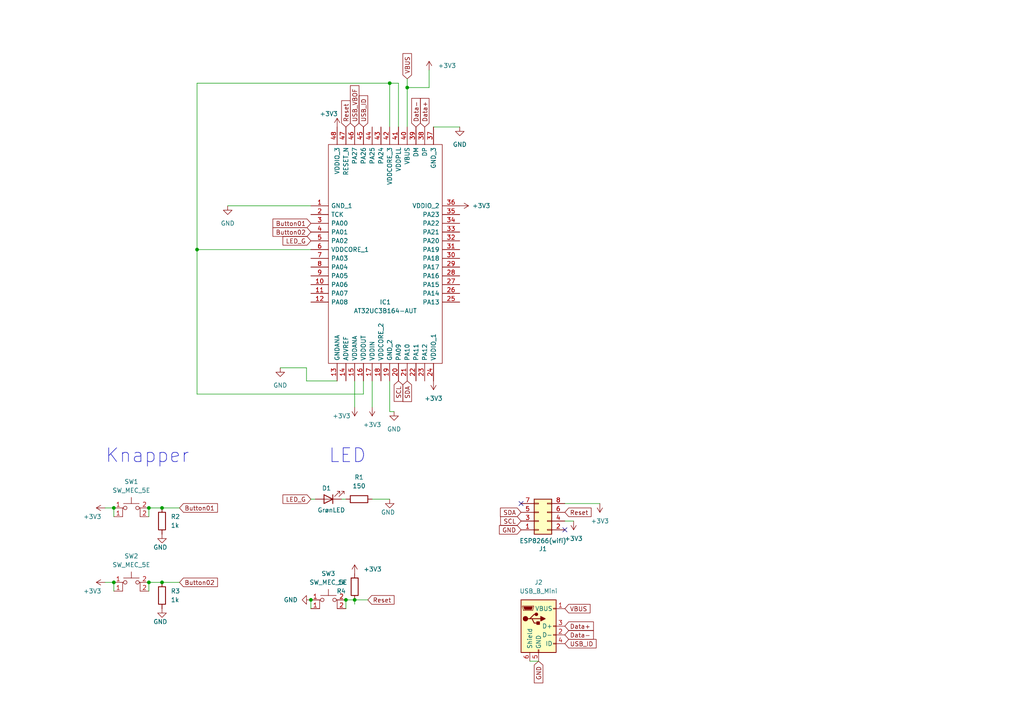
<source format=kicad_sch>
(kicad_sch (version 20211123) (generator eeschema)
  (paper "A4")
  (lib_symbols
    (symbol "Connector:USB_B_Mini" (pin_names (offset 1.016))
      (property "Reference" "J" (at -5.08 11.43 0))
      (property "Value" "USB_B_Mini" (at -5.08 8.89 0))
      (symbol "USB_B_Mini_0_1"
        (rectangle (start -5.08 -7.62) (end 5.08 7.62) (stroke (width 0.254)) (fill (type background)))
        (circle (center -3.81 2.159) (radius 0.635) (stroke (width 0.254)) (fill (type outline)))
        (circle (center -0.635 3.429) (radius 0.381) (stroke (width 0.254)) (fill (type outline)))
        (rectangle (start -0.127 -7.62) (end 0.127 -6.858))
        (polyline (pts (xy -1.905 2.159) (xy 0.635 2.159)) (stroke (width 0.254)))
        (polyline (pts (xy -3.175 2.159) (xy -2.54 2.159) (xy -1.27 3.429) (xy -0.635 3.429)) (stroke (width 0.254)))
        (polyline (pts (xy -2.54 2.159) (xy -1.905 2.159) (xy -1.27 0.889) (xy 0 0.889)) (stroke (width 0.254)))
        (polyline (pts (xy 0.635 2.794) (xy 0.635 1.524) (xy 1.905 2.159) (xy 0.635 2.794)) (stroke (width 0.254)) (fill (type outline)))
        (polyline (pts (xy -4.318 5.588) (xy -1.778 5.588) (xy -2.032 4.826) (xy -4.064 4.826) (xy -4.318 5.588)) (fill (type outline)))
        (polyline (pts (xy -4.699 5.842) (xy -4.699 5.588) (xy -4.445 4.826) (xy -4.445 4.572) (xy -1.651 4.572) (xy -1.651 4.826) (xy -1.397 5.588) (xy -1.397 5.842) (xy -4.699 5.842)))
        (rectangle (start 0.254 1.27) (end -0.508 0.508) (stroke (width 0.254)) (fill (type outline)))
        (rectangle (start 5.08 -5.207) (end 4.318 -4.953))
        (rectangle (start 5.08 -2.667) (end 4.318 -2.413))
        (rectangle (start 5.08 -0.127) (end 4.318 0.127))
        (rectangle (start 5.08 4.953) (end 4.318 5.207))
      )
      (symbol "USB_B_Mini_1_1"
        (pin power_out line (at 7.62 5.08 180) (length 2.54) (name "VBUS") (number "1"))
        (pin bidirectional line (at 7.62 -2.54 180) (length 2.54) (name "D-") (number "2"))
        (pin bidirectional line (at 7.62 0 180) (length 2.54) (name "D+") (number "3"))
        (pin passive line (at 7.62 -5.08 180) (length 2.54) (name "ID") (number "4"))
        (pin power_out line (at 0 -10.16 90) (length 2.54) (name "GND") (number "5"))
        (pin passive line (at -2.54 -10.16 90) (length 2.54) (name "Shield") (number "6"))
      )
    )
    (symbol "Connector_Generic:Conn_02x04_Odd_Even" (pin_names (offset 1.016) hide)
      (property "Reference" "J" (at 1.27 5.08 0))
      (property "Value" "Conn_02x04_Odd_Even" (at 1.27 -7.62 0))
      (symbol "Conn_02x04_Odd_Even_1_1"
        (rectangle (start -1.27 -4.953) (end 0 -5.207) (stroke (width 0.1524)))
        (rectangle (start -1.27 -2.413) (end 0 -2.667) (stroke (width 0.1524)))
        (rectangle (start -1.27 0.127) (end 0 -0.127) (stroke (width 0.1524)))
        (rectangle (start -1.27 2.667) (end 0 2.413) (stroke (width 0.1524)))
        (rectangle (start -1.27 3.81) (end 3.81 -6.35) (stroke (width 0.254)) (fill (type background)))
        (rectangle (start 3.81 -4.953) (end 2.54 -5.207) (stroke (width 0.1524)))
        (rectangle (start 3.81 -2.413) (end 2.54 -2.667) (stroke (width 0.1524)))
        (rectangle (start 3.81 0.127) (end 2.54 -0.127) (stroke (width 0.1524)))
        (rectangle (start 3.81 2.667) (end 2.54 2.413) (stroke (width 0.1524)))
        (pin passive line (at -5.08 2.54 0) (length 3.81) (name "Pin_1") (number "1"))
        (pin passive line (at 7.62 2.54 180) (length 3.81) (name "Pin_2") (number "2"))
        (pin passive line (at -5.08 0 0) (length 3.81) (name "Pin_3") (number "3"))
        (pin passive line (at 7.62 0 180) (length 3.81) (name "Pin_4") (number "4"))
        (pin passive line (at -5.08 -2.54 0) (length 3.81) (name "Pin_5") (number "5"))
        (pin passive line (at 7.62 -2.54 180) (length 3.81) (name "Pin_6") (number "6"))
        (pin passive line (at -5.08 -5.08 0) (length 3.81) (name "Pin_7") (number "7"))
        (pin passive line (at 7.62 -5.08 180) (length 3.81) (name "Pin_8") (number "8"))
      )
    )
    (symbol "Device:LED" (pin_numbers hide) (pin_names (offset 1.016) hide)
      (property "Reference" "D" (at 0 2.54 0))
      (property "Value" "LED" (at 0 -2.54 0))
      (symbol "LED_0_1"
        (polyline (pts (xy -1.27 -1.27) (xy -1.27 1.27)) (stroke (width 0.254)))
        (polyline (pts (xy -1.27 0) (xy 1.27 0)))
        (polyline (pts (xy 1.27 -1.27) (xy 1.27 1.27) (xy -1.27 0) (xy 1.27 -1.27)) (stroke (width 0.254)))
        (polyline (pts (xy -3.048 -0.762) (xy -4.572 -2.286) (xy -3.81 -2.286) (xy -4.572 -2.286) (xy -4.572 -1.524)))
        (polyline (pts (xy -1.778 -0.762) (xy -3.302 -2.286) (xy -2.54 -2.286) (xy -3.302 -2.286) (xy -3.302 -1.524)))
      )
      (symbol "LED_1_1"
        (pin passive line (at -3.81 0 0) (length 2.54) (name "K") (number "1"))
        (pin passive line (at 3.81 0 180) (length 2.54) (name "A") (number "2"))
      )
    )
    (symbol "Device:R" (pin_numbers hide) (pin_names (offset 0))
      (property "Reference" "R" (at 2.032 0 90))
      (property "Value" "R" (at 0 0 90))
      (symbol "R_0_1"
        (rectangle (start -1.016 -2.54) (end 1.016 2.54) (stroke (width 0.254)))
      )
      (symbol "R_1_1"
        (pin passive line (at 0 3.81 270) (length 1.27) (name "~") (number "1"))
        (pin passive line (at 0 -3.81 90) (length 1.27) (name "~") (number "2"))
      )
    )
    (symbol "SW_MEC_5E_2" (pin_names (offset 1.016) hide)
      (property "Reference" "SW3" (at 0 10.16 0))
      (property "Value" "SW_MEC_5E_2" (at 0 7.62 0))
      (symbol "SW_MEC_5E_2_0_1"
        (circle (center -1.778 2.54) (radius 0.508))
        (polyline (pts (xy -2.286 3.81) (xy 2.286 3.81)))
        (polyline (pts (xy 0 3.81) (xy 0 5.588)))
        (polyline (pts (xy -2.54 0) (xy -2.54 2.54) (xy -2.286 2.54)))
        (polyline (pts (xy 2.54 0) (xy 2.54 2.54) (xy 2.286 2.54)))
        (circle (center 1.778 2.54) (radius 0.508))
        (pin passive line (at -5.08 2.54 0) (length 2.54) (name "1") (number "1"))
        (pin passive line (at -5.08 0 0) (length 2.54) (name "2") (number "1"))
        (pin passive line (at 5.08 2.54 180) (length 2.54) (name "A") (number "2"))
        (pin passive line (at 5.08 0 180) (length 2.54) (name "K") (number "2"))
      )
    )
    (symbol "power:+3.3V" (power) (pin_names (offset 0))
      (property "Value" "+3.3V" (at 0 3.556 0))
      (symbol "+3.3V_0_1"
        (polyline (pts (xy -0.762 1.27) (xy 0 2.54)))
        (polyline (pts (xy 0 0) (xy 0 2.54)))
        (polyline (pts (xy 0 2.54) (xy 0.762 1.27)))
      )
      (symbol "+3.3V_1_1"
        (pin power_in line (at 0 0 90) (length 0) hide (name "+3V3") (number "1"))
      )
    )
    (symbol "power:GND" (power) (pin_names (offset 0))
      (property "Value" "GND" (at 0 -3.81 0))
      (symbol "GND_0_1"
        (polyline (pts (xy 0 0) (xy 0 -1.27) (xy 1.27 -1.27) (xy 0 -2.54) (xy -1.27 -1.27) (xy 0 -1.27)))
      )
      (symbol "GND_1_1"
        (pin power_in line (at 0 0 270) (length 0) hide (name "GND") (number "1"))
      )
    )
    (symbol "user:AT32UC3B164-AUT" (pin_names (offset 0.762))
      (property "Reference" "IC" (at 39.37 22.86 0))
      (property "Value" "AT32UC3B164-AUT" (at 39.37 20.32 0))
      (symbol "AT32UC3B164-AUT_0_0"
        (pin passive line (at 0 0 0) (length 5.08) (name "GND_1") (number "1"))
        (pin passive line (at 0 -22.86 0) (length 5.08) (name "PA06") (number "10"))
        (pin passive line (at 0 -25.4 0) (length 5.08) (name "PA07") (number "11"))
        (pin passive line (at 0 -27.94 0) (length 5.08) (name "PA08") (number "12"))
        (pin passive line (at 7.62 -50.8 90) (length 5.08) (name "GNDANA") (number "13"))
        (pin passive line (at 10.16 -50.8 90) (length 5.08) (name "ADVREF") (number "14"))
        (pin passive line (at 12.7 -50.8 90) (length 5.08) (name "VDDANA") (number "15"))
        (pin passive line (at 15.24 -50.8 90) (length 5.08) (name "VDDOUT") (number "16"))
        (pin passive line (at 17.78 -50.8 90) (length 5.08) (name "VDDIN") (number "17"))
        (pin passive line (at 20.32 -50.8 90) (length 5.08) (name "VDDCORE_2") (number "18"))
        (pin passive line (at 22.86 -50.8 90) (length 5.08) (name "GND_2") (number "19"))
        (pin passive line (at 0 -2.54 0) (length 5.08) (name "TCK") (number "2"))
        (pin passive line (at 25.4 -50.8 90) (length 5.08) (name "PA09") (number "20"))
        (pin passive line (at 27.94 -50.8 90) (length 5.08) (name "PA10") (number "21"))
        (pin passive line (at 30.48 -50.8 90) (length 5.08) (name "PA11") (number "22"))
        (pin passive line (at 33.02 -50.8 90) (length 5.08) (name "PA12") (number "23"))
        (pin passive line (at 35.56 -50.8 90) (length 5.08) (name "VDDIO_1") (number "24"))
        (pin passive line (at 43.18 -27.94 180) (length 5.08) (name "PA13") (number "25"))
        (pin passive line (at 43.18 -25.4 180) (length 5.08) (name "PA14") (number "26"))
        (pin passive line (at 43.18 -22.86 180) (length 5.08) (name "PA15") (number "27"))
        (pin passive line (at 43.18 -20.32 180) (length 5.08) (name "PA16") (number "28"))
        (pin passive line (at 43.18 -17.78 180) (length 5.08) (name "PA17") (number "29"))
        (pin passive line (at 0 -5.08 0) (length 5.08) (name "PA00") (number "3"))
        (pin passive line (at 43.18 -15.24 180) (length 5.08) (name "PA18") (number "30"))
        (pin passive line (at 43.18 -12.7 180) (length 5.08) (name "PA19") (number "31"))
        (pin passive line (at 43.18 -10.16 180) (length 5.08) (name "PA20") (number "32"))
        (pin passive line (at 43.18 -7.62 180) (length 5.08) (name "PA21") (number "33"))
        (pin passive line (at 43.18 -5.08 180) (length 5.08) (name "PA22") (number "34"))
        (pin passive line (at 43.18 -2.54 180) (length 5.08) (name "PA23") (number "35"))
        (pin passive line (at 43.18 0 180) (length 5.08) (name "VDDIO_2") (number "36"))
        (pin passive line (at 35.56 22.86 270) (length 5.08) (name "GND_3") (number "37"))
        (pin passive line (at 33.02 22.86 270) (length 5.08) (name "DP") (number "38"))
        (pin passive line (at 30.48 22.86 270) (length 5.08) (name "DM") (number "39"))
        (pin passive line (at 0 -7.62 0) (length 5.08) (name "PA01") (number "4"))
        (pin passive line (at 27.94 22.86 270) (length 5.08) (name "VBUS") (number "40"))
        (pin passive line (at 25.4 22.86 270) (length 5.08) (name "VDDPLL") (number "41"))
        (pin passive line (at 22.86 22.86 270) (length 5.08) (name "VDDCORE_3") (number "42"))
        (pin passive line (at 20.32 22.86 270) (length 5.08) (name "PA24") (number "43"))
        (pin passive line (at 17.78 22.86 270) (length 5.08) (name "PA25") (number "44"))
        (pin passive line (at 15.24 22.86 270) (length 5.08) (name "PA26") (number "45"))
        (pin passive line (at 12.7 22.86 270) (length 5.08) (name "PA27") (number "46"))
        (pin passive line (at 10.16 22.86 270) (length 5.08) (name "RESET_N") (number "47"))
        (pin passive line (at 7.62 22.86 270) (length 5.08) (name "VDDIO_3") (number "48"))
        (pin passive line (at 0 -10.16 0) (length 5.08) (name "PA02") (number "5"))
        (pin passive line (at 0 -12.7 0) (length 5.08) (name "VDDCORE_1") (number "6"))
        (pin passive line (at 0 -15.24 0) (length 5.08) (name "PA03") (number "7"))
        (pin passive line (at 0 -17.78 0) (length 5.08) (name "PA04") (number "8"))
        (pin passive line (at 0 -20.32 0) (length 5.08) (name "PA05") (number "9"))
      )
      (symbol "AT32UC3B164-AUT_0_1"
        (polyline (pts (xy 5.08 17.78) (xy 38.1 17.78) (xy 38.1 -45.72) (xy 5.08 -45.72) (xy 5.08 17.78)) (stroke (width 0.1524)))
      )
    )
  )
  (junction (at 43.18 147.32))
  (junction (at 43.18 168.91))
  (junction (at 102.87 173.99))
  (junction (at 100.33 173.99))
  (junction (at 118.11 25.4))
  (junction (at 113.03 24.13))
  (junction (at 33.02 168.91))
  (junction (at 90.17 173.99))
  (junction (at 57.15 72.39))
  (junction (at 46.99 168.91))
  (junction (at 46.99 147.32))
  (junction (at 33.02 147.32))
  (no_connect (at 151.13 146.05))
  (no_connect (at 163.83 153.67))
  (wire (pts (xy 33.02 147.32) (xy 33.02 149.86)))
  (wire (pts (xy 153.67 191.77) (xy 156.21 191.77)))
  (wire (pts (xy 163.83 151.13) (xy 166.37 151.13)))
  (wire (pts (xy 66.04 59.69) (xy 90.17 59.69)))
  (wire (pts (xy 124.46 25.4) (xy 124.46 20.32)))
  (wire (pts (xy 43.18 168.91) (xy 43.18 171.45)))
  (wire (pts (xy 43.18 147.32) (xy 46.99 147.32)))
  (wire (pts (xy 43.18 147.32) (xy 43.18 149.86)))
  (wire (pts (xy 57.15 114.3) (xy 105.41 114.3)))
  (wire (pts (xy 33.02 168.91) (xy 33.02 171.45)))
  (wire (pts (xy 99.06 144.78) (xy 100.33 144.78)))
  (wire (pts (xy 107.95 144.78) (xy 113.03 144.78)))
  (wire (pts (xy 115.57 24.13) (xy 115.57 36.83)))
  (wire (pts (xy 57.15 114.3) (xy 57.15 72.39)))
  (wire (pts (xy 57.15 72.39) (xy 90.17 72.39)))
  (wire (pts (xy 102.87 175.26) (xy 102.87 173.99)))
  (wire (pts (xy 57.15 24.13) (xy 113.03 24.13)))
  (wire (pts (xy 113.03 24.13) (xy 115.57 24.13)))
  (wire (pts (xy 88.9 110.49) (xy 88.9 106.68)))
  (wire (pts (xy 118.11 25.4) (xy 124.46 25.4)))
  (wire (pts (xy 46.99 147.32) (xy 52.07 147.32)))
  (wire (pts (xy 125.73 36.83) (xy 133.35 36.83)))
  (wire (pts (xy 43.18 168.91) (xy 46.99 168.91)))
  (wire (pts (xy 105.41 110.49) (xy 105.41 114.3)))
  (wire (pts (xy 90.17 144.78) (xy 91.44 144.78)))
  (wire (pts (xy 90.17 173.99) (xy 90.17 176.53)))
  (wire (pts (xy 57.15 72.39) (xy 57.15 24.13)))
  (wire (pts (xy 118.11 22.86) (xy 118.11 25.4)))
  (wire (pts (xy 102.87 118.11) (xy 102.87 110.49)))
  (wire (pts (xy 97.79 110.49) (xy 88.9 110.49)))
  (wire (pts (xy 118.11 25.4) (xy 118.11 36.83)))
  (wire (pts (xy 113.03 119.38) (xy 114.3 119.38)))
  (wire (pts (xy 113.03 110.49) (xy 113.03 119.38)))
  (wire (pts (xy 106.68 173.99) (xy 102.87 173.99)))
  (wire (pts (xy 107.95 118.11) (xy 107.95 110.49)))
  (wire (pts (xy 100.33 173.99) (xy 100.33 176.53)))
  (wire (pts (xy 163.83 146.05) (xy 173.99 146.05)))
  (wire (pts (xy 102.87 173.99) (xy 100.33 173.99)))
  (wire (pts (xy 46.99 168.91) (xy 52.07 168.91)))
  (wire (pts (xy 88.9 106.68) (xy 81.28 106.68)))
  (wire (pts (xy 30.48 147.32) (xy 33.02 147.32)))
  (wire (pts (xy 30.48 168.91) (xy 33.02 168.91)))
  (wire (pts (xy 113.03 24.13) (xy 113.03 36.83)))
  (text "LED" (at 95.25 134.62 0) (effects (font (size 4 4)) (justify left bottom)))
  (text "Knapper" (at 30.48 134.62 0) (effects (font (size 4 4)) (justify left bottom)))
  (global_label "USB_ID" (shape input) (at 163.83 186.69 0) (property "Intersheet References" "${INTERSHEET_REFS}" (effects hide)))
  (global_label "VBUS" (shape input) (at 163.83 176.53 0) (property "Intersheet References" "${INTERSHEET_REFS}" (effects hide)))
  (global_label "Data+" (shape input) (at 123.19 36.83 90) (property "Intersheet References" "${INTERSHEET_REFS}" (effects hide)))
  (global_label "GND" (shape input) (at 156.21 191.77 270) (property "Intersheet References" "${INTERSHEET_REFS}" (effects hide)))
  (global_label "USB_VBOF" (shape input) (at 102.87 36.83 90) (property "Intersheet References" "${INTERSHEET_REFS}" (effects hide)))
  (global_label "Reset" (shape input) (at 106.68 173.99 0) (property "Intersheet References" "${INTERSHEET_REFS}" (effects hide)))
  (global_label "Reset" (shape input) (at 100.33 36.83 90) (property "Intersheet References" "${INTERSHEET_REFS}" (effects hide)))
  (global_label "USB_ID" (shape input) (at 105.41 36.83 90) (property "Intersheet References" "${INTERSHEET_REFS}" (effects hide)))
  (global_label "Button02" (shape input) (at 90.17 67.31 180) (property "Intersheet References" "${INTERSHEET_REFS}" (effects hide)))
  (global_label "Reset" (shape input) (at 163.83 148.59 0) (property "Intersheet References" "${INTERSHEET_REFS}" (effects hide)))
  (global_label "LED_G" (shape input) (at 90.17 144.78 180) (property "Intersheet References" "${INTERSHEET_REFS}" (effects hide)))
  (global_label "Data+" (shape input) (at 163.83 181.61 0) (property "Intersheet References" "${INTERSHEET_REFS}" (effects hide)))
  (global_label "SCL" (shape input) (at 115.57 110.49 270) (property "Intersheet References" "${INTERSHEET_REFS}" (effects hide)))
  (global_label "Button01" (shape input) (at 52.07 147.32 0) (property "Intersheet References" "${INTERSHEET_REFS}" (effects hide)))
  (global_label "SDA" (shape input) (at 118.11 110.49 270) (property "Intersheet References" "${INTERSHEET_REFS}" (effects hide)))
  (global_label "Data-" (shape input) (at 163.83 184.15 0) (property "Intersheet References" "${INTERSHEET_REFS}" (effects hide)))
  (global_label "GND" (shape input) (at 151.13 153.67 180) (property "Intersheet References" "${INTERSHEET_REFS}" (effects hide)))
  (global_label "Button02" (shape input) (at 52.07 168.91 0) (property "Intersheet References" "${INTERSHEET_REFS}" (effects hide)))
  (global_label "VBUS" (shape input) (at 118.11 22.86 90) (property "Intersheet References" "${INTERSHEET_REFS}" (effects hide)))
  (global_label "SCL" (shape input) (at 151.13 151.13 180) (property "Intersheet References" "${INTERSHEET_REFS}" (effects hide)))
  (global_label "Button01" (shape input) (at 90.17 64.77 180) (property "Intersheet References" "${INTERSHEET_REFS}" (effects hide)))
  (global_label "Data-" (shape input) (at 120.65 36.83 90) (property "Intersheet References" "${INTERSHEET_REFS}" (effects hide)))
  (global_label "LED_G" (shape input) (at 90.17 69.85 180) (property "Intersheet References" "${INTERSHEET_REFS}" (effects hide)))
  (global_label "SDA" (shape input) (at 151.13 148.59 180) (property "Intersheet References" "${INTERSHEET_REFS}" (effects hide)))
  (symbol (lib_id "Connector:USB_B_Mini") (at 156.21 181.61 0) (unit 1)
    (property "Reference" "J2" (at 156.21 168.91 0))
    (property "Value" "USB_B_Mini" (at 156.21 171.45 0))
    (property "Footprint" "Connector_USB:USB_Mini-B_Lumberg_2486_01_Horizontal" (effects hide))
  )
  (symbol (lib_id "power:GND") (at 46.99 154.94 0) (unit 1)
    (property "Reference" "#PWR0116" (effects hide))
    (property "Value" "GND" (at 44.45 158.75 0) (effects (justify left)))
  )
  (symbol (lib_id "power:GND") (at 113.03 144.78 0) (unit 1)
    (property "Reference" "#PWR0106" (effects hide))
    (property "Value" "GND" (at 110.49 148.59 0) (effects (justify left)))
  )
  (symbol (lib_id "power:GND") (at 133.35 36.83 0) (unit 1)
    (property "Reference" "#PWR0107" (effects hide))
    (property "Value" "GND" (at 133.35 41.91 0))
  )
  (symbol (lib_id "power:+3.3V") (at 97.79 36.83 0) (mirror y) (unit 1)
    (property "Reference" "#PWR0108" (effects hide))
    (property "Value" "+3.3V" (at 92.71 33.02 0) (effects (justify right)))
  )
  (symbol (lib_name "SW_MEC_5E_2") (lib_id "Switch:SW_MEC_5E") (at 38.1 149.86 0) (unit 1)
    (property "Reference" "SW1" (at 38.1 139.7 0))
    (property "Value" "SW_MEC_5E" (at 38.1 142.24 0))
    (property "Footprint" "Button_Switch_THT:SW_PUSH_6mm_H4.3mm" (effects hide))
    (property "Datasheet" "http://www.apem.com/int/index.php?controller=attachment&id_attachment=1371" (effects hide))
  )
  (symbol (lib_id "power:+3.3V") (at 125.73 110.49 0) (mirror x) (unit 1)
    (property "Reference" "#PWR0112" (effects hide))
    (property "Value" "+3.3V" (at 125.73 115.57 0))
  )
  (symbol (lib_id "Device:R") (at 46.99 151.13 0) (unit 1)
    (property "Reference" "R2" (at 49.53 149.8599 0) (effects (justify left)))
    (property "Value" "1k" (at 49.53 152.3999 0) (effects (justify left)))
    (property "Footprint" "Resistor_THT:R_Axial_DIN0309_L9.0mm_D3.2mm_P12.70mm_Horizontal" (effects hide))
  )
  (symbol (lib_id "power:GND") (at 114.3 119.38 0) (unit 1)
    (property "Reference" "#PWR0111" (effects hide))
    (property "Value" "GND" (at 114.3 124.46 0))
  )
  (symbol (lib_id "power:+3.3V") (at 133.35 59.69 270) (mirror x) (unit 1)
    (property "Reference" "#PWR0115" (effects hide))
    (property "Value" "+3.3V" (at 142.24 59.69 90) (effects (justify right)))
  )
  (symbol (lib_id "Device:R") (at 46.99 172.72 0) (unit 1)
    (property "Reference" "R3" (at 49.53 171.4499 0) (effects (justify left)))
    (property "Value" "1k" (at 49.53 173.9899 0) (effects (justify left)))
    (property "Footprint" "Resistor_THT:R_Axial_DIN0309_L9.0mm_D3.2mm_P12.70mm_Horizontal" (effects hide))
  )
  (symbol (lib_id "power:+3.3V") (at 30.48 147.32 90) (mirror x) (unit 1)
    (property "Reference" "#PWR0118" (effects hide))
    (property "Value" "+3.3V" (at 24.13 149.86 90) (effects (justify right)))
  )
  (symbol (lib_id "power:+3.3V") (at 107.95 118.11 0) (mirror x) (unit 1)
    (property "Reference" "#PWR0104" (effects hide))
    (property "Value" "+3.3V" (at 107.95 123.19 0))
  )
  (symbol (lib_id "power:+3.3V") (at 30.48 168.91 90) (mirror x) (unit 1)
    (property "Reference" "#PWR0119" (effects hide))
    (property "Value" "+3.3V" (at 24.13 171.45 90) (effects (justify right)))
  )
  (symbol (lib_id "power:+3.3V") (at 102.87 166.37 0) (mirror y) (unit 1)
    (property "Reference" "#PWR0103" (effects hide))
    (property "Value" "+3.3V" (at 105.41 165.0999 0) (effects (justify right)))
  )
  (symbol (lib_id "power:+3.3V") (at 166.37 151.13 0) (mirror x) (unit 1)
    (property "Reference" "#PWR0114" (effects hide))
    (property "Value" "+3.3V" (at 166.37 156.21 0))
  )
  (symbol (lib_id "power:+3.3V") (at 124.46 20.32 0) (mirror y) (unit 1)
    (property "Reference" "#PWR0110" (effects hide))
    (property "Value" "+3.3V" (at 127 19.0499 0) (effects (justify right)))
  )
  (symbol (lib_id "power:GND") (at 81.28 106.68 0) (unit 1)
    (property "Reference" "#PWR0102" (effects hide))
    (property "Value" "GND" (at 81.28 111.76 0))
  )
  (symbol (lib_id "Device:R") (at 102.87 170.18 180) (unit 1)
    (property "Reference" "R4" (at 100.33 171.4501 0) (effects (justify left)))
    (property "Value" "1k" (at 100.33 168.9101 0) (effects (justify left)))
    (property "Footprint" "Resistor_THT:R_Axial_DIN0309_L9.0mm_D3.2mm_P12.70mm_Horizontal" (effects hide))
  )
  (symbol (lib_id "user:AT32UC3B164-AUT") (at 90.17 59.69 0) (unit 1)
    (property "Reference" "IC1" (at 111.76 87.63 0))
    (property "Value" "AT32UC3B164-AUT" (at 111.76 90.17 0))
    (property "Footprint" "user:QFP50P900X900X120-48N" (effects hide))
    (property "Datasheet" "https://componentsearchengine.com/Datasheets/1/AT32UC3B164-AUT.pdf" (effects hide))
    (property "Description" "AT32UC3B164-AUT, 32 bit AVR32 Microcontroller 60MHz 64 kB Flash, 16 kB RAM, USB I2C 48-Pin TQFP" (effects hide))
    (property "Height" "1.2" (effects hide))
    (property "Mouser Part Number" "556-AT32UC3B164-AUT" (effects hide))
    (property "Mouser Price/Stock" "https://www.mouser.com/Search/Refine.aspx?Keyword=556-AT32UC3B164-AUT" (effects hide))
    (property "Manufacturer_Name" "Microchip" (effects hide))
    (property "Manufacturer_Part_Number" "AT32UC3B164-AUT" (effects hide))
  )
  (symbol (lib_name "SW_MEC_5E_2") (lib_id "Switch:SW_MEC_5E") (at 38.1 171.45 0) (unit 1)
    (property "Reference" "SW2" (at 38.1 161.29 0))
    (property "Value" "SW_MEC_5E" (at 38.1 163.83 0))
    (property "Footprint" "Button_Switch_THT:SW_PUSH_6mm_H4.3mm" (effects hide))
    (property "Datasheet" "http://www.apem.com/int/index.php?controller=attachment&id_attachment=1371" (effects hide))
  )
  (symbol (lib_name "SW_MEC_5E_2") (lib_id "Switch:SW_MEC_5E") (at 95.25 176.53 0) (unit 1)
    (property "Reference" "SW3" (at 95.25 166.37 0))
    (property "Value" "SW_MEC_5E" (at 95.25 168.91 0))
    (property "Footprint" "Button_Switch_THT:SW_PUSH_6mm_H4.3mm" (effects hide))
    (property "Datasheet" "http://www.apem.com/int/index.php?controller=attachment&id_attachment=1371" (effects hide))
  )
  (symbol (lib_id "Device:R") (at 104.14 144.78 90) (unit 1)
    (property "Reference" "R1" (at 104.14 138.43 90))
    (property "Value" "150" (at 104.14 140.97 90))
    (property "Footprint" "Resistor_THT:R_Axial_DIN0309_L9.0mm_D3.2mm_P12.70mm_Horizontal" (effects hide))
  )
  (symbol (lib_id "power:GND") (at 66.04 59.69 0) (unit 1)
    (property "Reference" "#PWR0109" (effects hide))
    (property "Value" "GND" (at 66.04 64.77 0))
  )
  (symbol (lib_id "Device:LED") (at 95.25 144.78 180) (unit 1)
    (property "Reference" "D1" (at 93.345 141.605 0) (effects (justify right)))
    (property "Value" "GrønLED" (at 92.075 147.955 0) (effects (justify right)))
    (property "Footprint" "LED_THT:LED_D3.0mm_FlatTop" (effects hide))
  )
  (symbol (lib_id "power:GND") (at 90.17 173.99 270) (unit 1)
    (property "Reference" "#PWR0101" (effects hide))
    (property "Value" "GND" (at 86.36 173.9899 90) (effects (justify right)))
  )
  (symbol (lib_id "Connector_Generic:Conn_02x04_Odd_Even") (at 156.21 151.13 0) (mirror x) (unit 1)
    (property "Reference" "J1" (at 157.48 159.1818 0))
    (property "Value" "ESP8266(wifi)" (at 157.48 156.8704 0))
    (property "Footprint" "Connector_PinSocket_2.54mm:PinSocket_2x04_P2.54mm_Vertical" (effects hide))
  )
  (symbol (lib_id "power:+3.3V") (at 173.99 146.05 0) (mirror x) (unit 1)
    (property "Reference" "#PWR0113" (effects hide))
    (property "Value" "+3.3V" (at 173.99 151.13 0))
  )
  (symbol (lib_id "power:GND") (at 46.99 176.53 0) (unit 1)
    (property "Reference" "#PWR0117" (effects hide))
    (property "Value" "GND" (at 44.45 180.34 0) (effects (justify left)))
  )
  (symbol (lib_id "power:+3.3V") (at 102.87 118.11 0) (mirror x) (unit 1)
    (property "Reference" "#PWR0105" (effects hide))
    (property "Value" "+3.3V" (at 99.06 120.65 0))
  )
)
</source>
